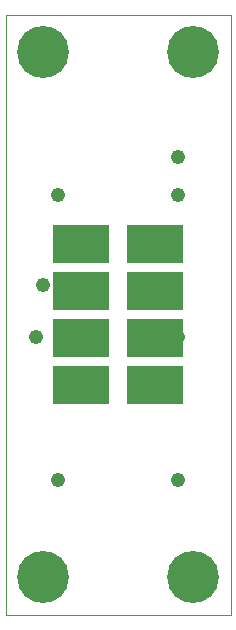
<source format=gbs>
%FSLAX25Y25*%
%MOIN*%
G70*
G01*
G75*
G04 Layer_Color=48896*
%ADD10R,0.05906X0.05906*%
%ADD11R,0.08000X0.05000*%
%ADD12C,0.02500*%
%ADD13C,0.00100*%
%ADD14C,0.16500*%
%ADD15C,0.04000*%
%ADD16R,0.17716X0.12205*%
%ADD17C,0.01000*%
%ADD18R,0.04906X0.04906*%
%ADD19R,0.07000X0.04000*%
%ADD20R,0.16716X0.11205*%
%ADD21R,0.06706X0.06706*%
%ADD22R,0.08800X0.05800*%
%ADD23C,0.17300*%
%ADD24C,0.04800*%
%ADD25R,0.18517X0.13005*%
D13*
X500000Y400000D02*
Y600000D01*
Y400000D02*
X575000D01*
Y600000D01*
X500000D02*
X575000D01*
D23*
X512500Y587500D02*
D03*
X562500D02*
D03*
X512500Y412500D02*
D03*
X562500D02*
D03*
D24*
X557500Y552500D02*
D03*
Y540000D02*
D03*
X517500Y445000D02*
D03*
X557500D02*
D03*
X512500Y510000D02*
D03*
X517500Y540000D02*
D03*
X510000Y492500D02*
D03*
X557500D02*
D03*
D25*
X549806Y523700D02*
D03*
X525200D02*
D03*
X549806Y507952D02*
D03*
Y492204D02*
D03*
Y476456D02*
D03*
X525200Y507952D02*
D03*
Y492204D02*
D03*
Y476456D02*
D03*
M02*

</source>
